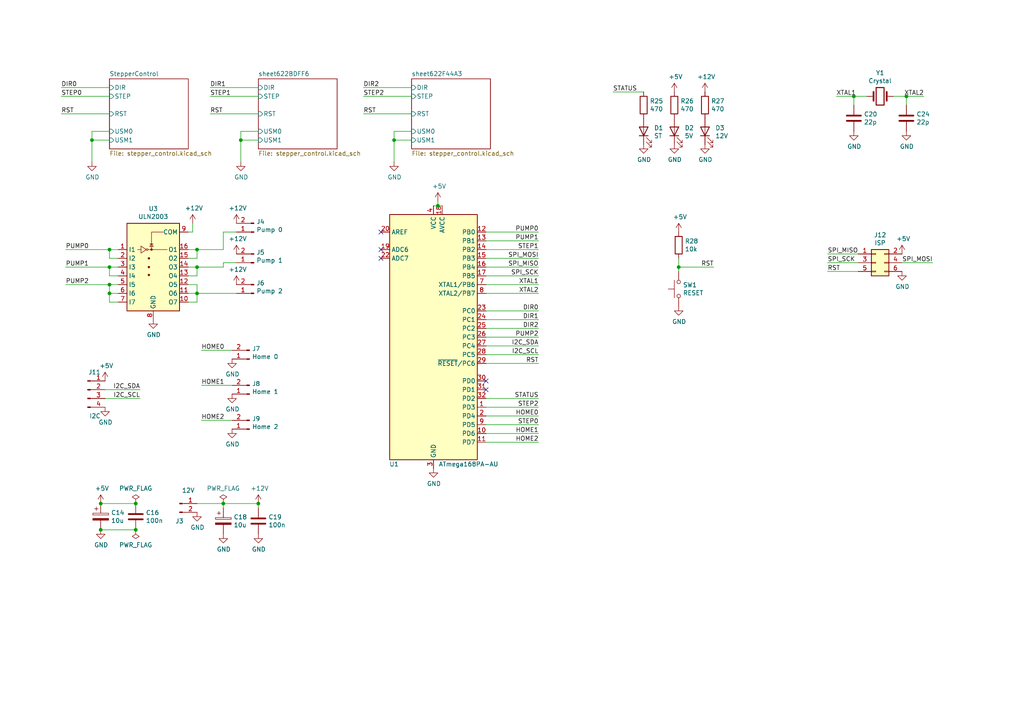
<source format=kicad_sch>
(kicad_sch (version 20211123) (generator eeschema)
  (paper "A4")
  (lib_symbols
    (symbol "Connector:Conn_01x02_Male" (pin_names (offset 1.016) hide)
      (property "Reference" "J" (at 0 2.54 0))
      (property "Value" "Conn_01x02_Male" (at 0 -5.08 0))
      (symbol "Conn_01x02_Male_1_1"
        (polyline (pts (xy 1.27 -2.54) (xy 0.8636 -2.54)) (stroke (width 0.1524)))
        (polyline (pts (xy 1.27 0) (xy 0.8636 0)) (stroke (width 0.1524)))
        (rectangle (start 0.8636 -2.413) (end 0 -2.667) (stroke (width 0.1524)) (fill (type outline)))
        (rectangle (start 0.8636 0.127) (end 0 -0.127) (stroke (width 0.1524)) (fill (type outline)))
        (pin passive line (at 5.08 0 180) (length 3.81) (name "Pin_1") (number "1"))
        (pin passive line (at 5.08 -2.54 180) (length 3.81) (name "Pin_2") (number "2"))
      )
    )
    (symbol "Connector:Conn_01x04_Male" (pin_names (offset 1.016) hide)
      (property "Reference" "J" (at 0 5.08 0))
      (property "Value" "Conn_01x04_Male" (at 0 -7.62 0))
      (symbol "Conn_01x04_Male_1_1"
        (polyline (pts (xy 1.27 -5.08) (xy 0.8636 -5.08)) (stroke (width 0.1524)))
        (polyline (pts (xy 1.27 -2.54) (xy 0.8636 -2.54)) (stroke (width 0.1524)))
        (polyline (pts (xy 1.27 0) (xy 0.8636 0)) (stroke (width 0.1524)))
        (polyline (pts (xy 1.27 2.54) (xy 0.8636 2.54)) (stroke (width 0.1524)))
        (rectangle (start 0.8636 -4.953) (end 0 -5.207) (stroke (width 0.1524)) (fill (type outline)))
        (rectangle (start 0.8636 -2.413) (end 0 -2.667) (stroke (width 0.1524)) (fill (type outline)))
        (rectangle (start 0.8636 0.127) (end 0 -0.127) (stroke (width 0.1524)) (fill (type outline)))
        (rectangle (start 0.8636 2.667) (end 0 2.413) (stroke (width 0.1524)) (fill (type outline)))
        (pin passive line (at 5.08 2.54 180) (length 3.81) (name "Pin_1") (number "1"))
        (pin passive line (at 5.08 0 180) (length 3.81) (name "Pin_2") (number "2"))
        (pin passive line (at 5.08 -2.54 180) (length 3.81) (name "Pin_3") (number "3"))
        (pin passive line (at 5.08 -5.08 180) (length 3.81) (name "Pin_4") (number "4"))
      )
    )
    (symbol "Connector_Generic:Conn_02x03_Odd_Even" (pin_names (offset 1.016) hide)
      (property "Reference" "J" (at 1.27 5.08 0))
      (property "Value" "Conn_02x03_Odd_Even" (at 1.27 -5.08 0))
      (symbol "Conn_02x03_Odd_Even_1_1"
        (rectangle (start -1.27 -2.413) (end 0 -2.667) (stroke (width 0.1524)))
        (rectangle (start -1.27 0.127) (end 0 -0.127) (stroke (width 0.1524)))
        (rectangle (start -1.27 2.667) (end 0 2.413) (stroke (width 0.1524)))
        (rectangle (start -1.27 3.81) (end 3.81 -3.81) (stroke (width 0.254)) (fill (type background)))
        (rectangle (start 3.81 -2.413) (end 2.54 -2.667) (stroke (width 0.1524)))
        (rectangle (start 3.81 0.127) (end 2.54 -0.127) (stroke (width 0.1524)))
        (rectangle (start 3.81 2.667) (end 2.54 2.413) (stroke (width 0.1524)))
        (pin passive line (at -5.08 2.54 0) (length 3.81) (name "Pin_1") (number "1"))
        (pin passive line (at 7.62 2.54 180) (length 3.81) (name "Pin_2") (number "2"))
        (pin passive line (at -5.08 0 0) (length 3.81) (name "Pin_3") (number "3"))
        (pin passive line (at 7.62 0 180) (length 3.81) (name "Pin_4") (number "4"))
        (pin passive line (at -5.08 -2.54 0) (length 3.81) (name "Pin_5") (number "5"))
        (pin passive line (at 7.62 -2.54 180) (length 3.81) (name "Pin_6") (number "6"))
      )
    )
    (symbol "Device:C" (pin_numbers hide) (pin_names (offset 0.254))
      (property "Reference" "C" (at 0.635 2.54 0))
      (property "Value" "C" (at 0.635 -2.54 0))
      (symbol "C_0_1"
        (polyline (pts (xy -2.032 -0.762) (xy 2.032 -0.762)) (stroke (width 0.508)))
        (polyline (pts (xy -2.032 0.762) (xy 2.032 0.762)) (stroke (width 0.508)))
      )
      (symbol "C_1_1"
        (pin passive line (at 0 3.81 270) (length 2.794) (name "~") (number "1"))
        (pin passive line (at 0 -3.81 90) (length 2.794) (name "~") (number "2"))
      )
    )
    (symbol "Device:Crystal" (pin_numbers hide) (pin_names (offset 1.016) hide)
      (property "Reference" "Y" (at 0 3.81 0))
      (property "Value" "Crystal" (at 0 -3.81 0))
      (symbol "Crystal_0_1"
        (rectangle (start -1.143 2.54) (end 1.143 -2.54) (stroke (width 0.3048)))
        (polyline (pts (xy -2.54 0) (xy -1.905 0)))
        (polyline (pts (xy -1.905 -1.27) (xy -1.905 1.27)) (stroke (width 0.508)))
        (polyline (pts (xy 1.905 -1.27) (xy 1.905 1.27)) (stroke (width 0.508)))
        (polyline (pts (xy 2.54 0) (xy 1.905 0)))
      )
      (symbol "Crystal_1_1"
        (pin passive line (at -3.81 0 0) (length 1.27) (name "1") (number "1"))
        (pin passive line (at 3.81 0 180) (length 1.27) (name "2") (number "2"))
      )
    )
    (symbol "Device:LED" (pin_numbers hide) (pin_names (offset 1.016) hide)
      (property "Reference" "D" (at 0 2.54 0))
      (property "Value" "LED" (at 0 -2.54 0))
      (symbol "LED_0_1"
        (polyline (pts (xy -1.27 -1.27) (xy -1.27 1.27)) (stroke (width 0.254)))
        (polyline (pts (xy -1.27 0) (xy 1.27 0)))
        (polyline (pts (xy 1.27 -1.27) (xy 1.27 1.27) (xy -1.27 0) (xy 1.27 -1.27)) (stroke (width 0.254)))
        (polyline (pts (xy -3.048 -0.762) (xy -4.572 -2.286) (xy -3.81 -2.286) (xy -4.572 -2.286) (xy -4.572 -1.524)))
        (polyline (pts (xy -1.778 -0.762) (xy -3.302 -2.286) (xy -2.54 -2.286) (xy -3.302 -2.286) (xy -3.302 -1.524)))
      )
      (symbol "LED_1_1"
        (pin passive line (at -3.81 0 0) (length 2.54) (name "K") (number "1"))
        (pin passive line (at 3.81 0 180) (length 2.54) (name "A") (number "2"))
      )
    )
    (symbol "Device:R" (pin_numbers hide) (pin_names (offset 0))
      (property "Reference" "R" (at 2.032 0 90))
      (property "Value" "R" (at 0 0 90))
      (symbol "R_0_1"
        (rectangle (start -1.016 -2.54) (end 1.016 2.54) (stroke (width 0.254)))
      )
      (symbol "R_1_1"
        (pin passive line (at 0 3.81 270) (length 1.27) (name "~") (number "1"))
        (pin passive line (at 0 -3.81 90) (length 1.27) (name "~") (number "2"))
      )
    )
    (symbol "Switch:SW_Push" (pin_numbers hide) (pin_names (offset 1.016) hide)
      (property "Reference" "SW" (at 1.27 2.54 0))
      (property "Value" "SW_Push" (at 0 -1.524 0))
      (symbol "SW_Push_0_1"
        (circle (center -2.032 0) (radius 0.508))
        (polyline (pts (xy 0 1.27) (xy 0 3.048)))
        (polyline (pts (xy 2.54 1.27) (xy -2.54 1.27)))
        (circle (center 2.032 0) (radius 0.508))
        (pin passive line (at -5.08 0 0) (length 2.54) (name "1") (number "1"))
        (pin passive line (at 5.08 0 180) (length 2.54) (name "2") (number "2"))
      )
    )
    (symbol "Transistor_Array:ULN2003"
      (property "Reference" "U" (at 0 15.875 0))
      (property "Value" "ULN2003" (at 0 13.97 0))
      (symbol "ULN2003_0_1"
        (rectangle (start -7.62 -12.7) (end 7.62 12.7) (stroke (width 0.254)) (fill (type background)))
        (circle (center -1.778 5.08) (radius 0.254))
        (circle (center -1.27 -2.286) (radius 0.254) (fill (type outline)))
        (circle (center -1.27 0) (radius 0.254) (fill (type outline)))
        (circle (center -1.27 2.54) (radius 0.254) (fill (type outline)))
        (circle (center -0.508 5.08) (radius 0.254) (fill (type outline)))
        (polyline (pts (xy -4.572 5.08) (xy -3.556 5.08)))
        (polyline (pts (xy -1.524 5.08) (xy 4.064 5.08)))
        (polyline (pts (xy 0 6.731) (xy -1.016 6.731)))
        (polyline (pts (xy -0.508 5.08) (xy -0.508 10.16) (xy 2.921 10.16)))
        (polyline (pts (xy -3.556 6.096) (xy -3.556 4.064) (xy -2.032 5.08) (xy -3.556 6.096)))
        (polyline (pts (xy 0 5.969) (xy -1.016 5.969) (xy -0.508 6.731) (xy 0 5.969)))
      )
      (symbol "ULN2003_1_1"
        (pin input line (at -10.16 5.08 0) (length 2.54) (name "I1") (number "1"))
        (pin open_collector line (at 10.16 -10.16 180) (length 2.54) (name "O7") (number "10"))
        (pin open_collector line (at 10.16 -7.62 180) (length 2.54) (name "O6") (number "11"))
        (pin open_collector line (at 10.16 -5.08 180) (length 2.54) (name "O5") (number "12"))
        (pin open_collector line (at 10.16 -2.54 180) (length 2.54) (name "O4") (number "13"))
        (pin open_collector line (at 10.16 0 180) (length 2.54) (name "O3") (number "14"))
        (pin open_collector line (at 10.16 2.54 180) (length 2.54) (name "O2") (number "15"))
        (pin open_collector line (at 10.16 5.08 180) (length 2.54) (name "O1") (number "16"))
        (pin input line (at -10.16 2.54 0) (length 2.54) (name "I2") (number "2"))
        (pin input line (at -10.16 0 0) (length 2.54) (name "I3") (number "3"))
        (pin input line (at -10.16 -2.54 0) (length 2.54) (name "I4") (number "4"))
        (pin input line (at -10.16 -5.08 0) (length 2.54) (name "I5") (number "5"))
        (pin input line (at -10.16 -7.62 0) (length 2.54) (name "I6") (number "6"))
        (pin input line (at -10.16 -10.16 0) (length 2.54) (name "I7") (number "7"))
        (pin power_in line (at 0 -15.24 90) (length 2.54) (name "GND") (number "8"))
        (pin passive line (at 10.16 10.16 180) (length 2.54) (name "COM") (number "9"))
      )
    )
    (symbol "power:+12V" (power) (pin_names (offset 0))
      (property "Value" "+12V" (at 0 3.556 0))
      (symbol "+12V_0_1"
        (polyline (pts (xy -0.762 1.27) (xy 0 2.54)))
        (polyline (pts (xy 0 0) (xy 0 2.54)))
        (polyline (pts (xy 0 2.54) (xy 0.762 1.27)))
      )
      (symbol "+12V_1_1"
        (pin power_in line (at 0 0 90) (length 0) hide (name "+12V") (number "1"))
      )
    )
    (symbol "power:+5V" (power) (pin_names (offset 0))
      (property "Value" "+5V" (at 0 3.556 0))
      (symbol "+5V_0_1"
        (polyline (pts (xy -0.762 1.27) (xy 0 2.54)))
        (polyline (pts (xy 0 0) (xy 0 2.54)))
        (polyline (pts (xy 0 2.54) (xy 0.762 1.27)))
      )
      (symbol "+5V_1_1"
        (pin power_in line (at 0 0 90) (length 0) hide (name "+5V") (number "1"))
      )
    )
    (symbol "power:GND" (power) (pin_names (offset 0))
      (property "Value" "GND" (at 0 -3.81 0))
      (symbol "GND_0_1"
        (polyline (pts (xy 0 0) (xy 0 -1.27) (xy 1.27 -1.27) (xy 0 -2.54) (xy -1.27 -1.27) (xy 0 -1.27)))
      )
      (symbol "GND_1_1"
        (pin power_in line (at 0 0 270) (length 0) hide (name "GND") (number "1"))
      )
    )
    (symbol "power:PWR_FLAG" (power) (pin_numbers hide) (pin_names (offset 0) hide)
      (property "Value" "PWR_FLAG" (at 0 3.81 0))
      (symbol "PWR_FLAG_0_0"
        (pin power_out line (at 0 0 90) (length 0) (name "pwr") (number "1"))
      )
      (symbol "PWR_FLAG_0_1"
        (polyline (pts (xy 0 0) (xy 0 1.27) (xy -1.016 1.905) (xy 0 2.54) (xy 1.016 1.905) (xy 0 1.27)))
      )
    )
    (symbol "stepper_board-rescue:ATmega168PA-AU-MCU_Microchip_ATmega"
      (property "Reference" "U" (at -12.7 36.83 0))
      (property "Value" "ATmega168PA-AU-MCU_Microchip_ATmega" (at 2.54 -36.83 0))
      (symbol "ATmega168PA-AU-MCU_Microchip_ATmega_0_1"
        (rectangle (start -12.7 -35.56) (end 12.7 35.56) (stroke (width 0.254)) (fill (type background)))
      )
      (symbol "ATmega168PA-AU-MCU_Microchip_ATmega_1_1"
        (pin bidirectional line (at 15.24 -20.32 180) (length 2.54) (name "PD3") (number "1"))
        (pin bidirectional line (at 15.24 -27.94 180) (length 2.54) (name "PD6") (number "10"))
        (pin bidirectional line (at 15.24 -30.48 180) (length 2.54) (name "PD7") (number "11"))
        (pin bidirectional line (at 15.24 30.48 180) (length 2.54) (name "PB0") (number "12"))
        (pin bidirectional line (at 15.24 27.94 180) (length 2.54) (name "PB1") (number "13"))
        (pin bidirectional line (at 15.24 25.4 180) (length 2.54) (name "PB2") (number "14"))
        (pin bidirectional line (at 15.24 22.86 180) (length 2.54) (name "PB3") (number "15"))
        (pin bidirectional line (at 15.24 20.32 180) (length 2.54) (name "PB4") (number "16"))
        (pin bidirectional line (at 15.24 17.78 180) (length 2.54) (name "PB5") (number "17"))
        (pin power_in line (at 2.54 38.1 270) (length 2.54) (name "AVCC") (number "18"))
        (pin input line (at -15.24 25.4 0) (length 2.54) (name "ADC6") (number "19"))
        (pin bidirectional line (at 15.24 -22.86 180) (length 2.54) (name "PD4") (number "2"))
        (pin passive line (at -15.24 30.48 0) (length 2.54) (name "AREF") (number "20"))
        (pin passive line (at 0 -38.1 90) (length 2.54) hide (name "GND") (number "21"))
        (pin input line (at -15.24 22.86 0) (length 2.54) (name "ADC7") (number "22"))
        (pin bidirectional line (at 15.24 7.62 180) (length 2.54) (name "PC0") (number "23"))
        (pin bidirectional line (at 15.24 5.08 180) (length 2.54) (name "PC1") (number "24"))
        (pin bidirectional line (at 15.24 2.54 180) (length 2.54) (name "PC2") (number "25"))
        (pin bidirectional line (at 15.24 0 180) (length 2.54) (name "PC3") (number "26"))
        (pin bidirectional line (at 15.24 -2.54 180) (length 2.54) (name "PC4") (number "27"))
        (pin bidirectional line (at 15.24 -5.08 180) (length 2.54) (name "PC5") (number "28"))
        (pin bidirectional line (at 15.24 -7.62 180) (length 2.54) (name "~{RESET}/PC6") (number "29"))
        (pin power_in line (at 0 -38.1 90) (length 2.54) (name "GND") (number "3"))
        (pin bidirectional line (at 15.24 -12.7 180) (length 2.54) (name "PD0") (number "30"))
        (pin bidirectional line (at 15.24 -15.24 180) (length 2.54) (name "PD1") (number "31"))
        (pin bidirectional line (at 15.24 -17.78 180) (length 2.54) (name "PD2") (number "32"))
        (pin power_in line (at 0 38.1 270) (length 2.54) (name "VCC") (number "4"))
        (pin passive line (at 0 -38.1 90) (length 2.54) hide (name "GND") (number "5"))
        (pin passive line (at 0 38.1 270) (length 2.54) hide (name "VCC") (number "6"))
        (pin bidirectional line (at 15.24 15.24 180) (length 2.54) (name "XTAL1/PB6") (number "7"))
        (pin bidirectional line (at 15.24 12.7 180) (length 2.54) (name "XTAL2/PB7") (number "8"))
        (pin bidirectional line (at 15.24 -25.4 180) (length 2.54) (name "PD5") (number "9"))
      )
    )
    (symbol "stepper_board-rescue:CP-Device" (pin_numbers hide) (pin_names (offset 0.254))
      (property "Reference" "C" (at 0.635 2.54 0))
      (property "Value" "CP-Device" (at 0.635 -2.54 0))
      (symbol "CP-Device_0_1"
        (rectangle (start -2.286 0.508) (end 2.286 1.016))
        (polyline (pts (xy -1.778 2.286) (xy -0.762 2.286)))
        (polyline (pts (xy -1.27 2.794) (xy -1.27 1.778)))
        (rectangle (start 2.286 -0.508) (end -2.286 -1.016) (fill (type outline)))
      )
      (symbol "CP-Device_1_1"
        (pin passive line (at 0 3.81 270) (length 2.794) (name "~") (number "1"))
        (pin passive line (at 0 -3.81 90) (length 2.794) (name "~") (number "2"))
      )
    )
  )
  (junction (at 29.21 146.05))
  (junction (at 26.67 40.64))
  (junction (at 31.75 82.55))
  (junction (at 31.75 85.09))
  (junction (at 114.3 40.64))
  (junction (at 196.85 77.47))
  (junction (at 31.75 72.39))
  (junction (at 29.21 153.67))
  (junction (at 127 59.69))
  (junction (at 31.75 77.47))
  (junction (at 57.15 77.47))
  (junction (at 57.15 72.39))
  (junction (at 39.37 146.05))
  (junction (at 39.37 153.67))
  (junction (at 64.77 146.05))
  (junction (at 69.85 40.64))
  (junction (at 247.65 27.94))
  (junction (at 74.93 146.05))
  (junction (at 262.89 27.94))
  (junction (at 57.15 85.09))
  (no_connect (at 110.49 67.31))
  (no_connect (at 110.49 74.93))
  (no_connect (at 140.97 113.03))
  (no_connect (at 110.49 72.39))
  (no_connect (at 140.97 110.49))
  (wire (pts (xy 57.15 72.39) (xy 64.77 72.39)))
  (wire (pts (xy 58.42 111.76) (xy 67.31 111.76)))
  (wire (pts (xy 57.15 77.47) (xy 64.77 77.47)))
  (wire (pts (xy 140.97 72.39) (xy 156.21 72.39)))
  (wire (pts (xy 69.85 40.64) (xy 69.85 46.99)))
  (wire (pts (xy 128.27 59.69) (xy 127 59.69)))
  (wire (pts (xy 74.93 40.64) (xy 69.85 40.64)))
  (wire (pts (xy 140.97 90.17) (xy 156.21 90.17)))
  (wire (pts (xy 31.75 85.09) (xy 31.75 82.55)))
  (wire (pts (xy 251.46 27.94) (xy 247.65 27.94)))
  (wire (pts (xy 54.61 74.93) (xy 57.15 74.93)))
  (wire (pts (xy 119.38 40.64) (xy 114.3 40.64)))
  (wire (pts (xy 140.97 74.93) (xy 156.21 74.93)))
  (wire (pts (xy 54.61 67.31) (xy 55.88 67.31)))
  (wire (pts (xy 127 59.69) (xy 125.73 59.69)))
  (wire (pts (xy 140.97 120.65) (xy 156.21 120.65)))
  (wire (pts (xy 54.61 82.55) (xy 57.15 82.55)))
  (wire (pts (xy 140.97 123.19) (xy 156.21 123.19)))
  (wire (pts (xy 60.96 33.02) (xy 74.93 33.02)))
  (wire (pts (xy 196.85 77.47) (xy 207.01 77.47)))
  (wire (pts (xy 140.97 97.79) (xy 156.21 97.79)))
  (wire (pts (xy 140.97 69.85) (xy 156.21 69.85)))
  (wire (pts (xy 140.97 102.87) (xy 156.21 102.87)))
  (wire (pts (xy 34.29 87.63) (xy 31.75 87.63)))
  (wire (pts (xy 119.38 38.1) (xy 114.3 38.1)))
  (wire (pts (xy 196.85 77.47) (xy 196.85 74.93)))
  (wire (pts (xy 140.97 125.73) (xy 156.21 125.73)))
  (wire (pts (xy 57.15 80.01) (xy 57.15 77.47)))
  (wire (pts (xy 114.3 38.1) (xy 114.3 40.64)))
  (wire (pts (xy 58.42 121.92) (xy 67.31 121.92)))
  (wire (pts (xy 105.41 33.02) (xy 119.38 33.02)))
  (wire (pts (xy 74.93 38.1) (xy 69.85 38.1)))
  (wire (pts (xy 54.61 72.39) (xy 57.15 72.39)))
  (wire (pts (xy 64.77 147.32) (xy 64.77 146.05)))
  (wire (pts (xy 31.75 72.39) (xy 19.05 72.39)))
  (wire (pts (xy 54.61 87.63) (xy 57.15 87.63)))
  (wire (pts (xy 57.15 85.09) (xy 57.15 82.55)))
  (wire (pts (xy 34.29 80.01) (xy 31.75 80.01)))
  (wire (pts (xy 31.75 87.63) (xy 31.75 85.09)))
  (wire (pts (xy 140.97 85.09) (xy 156.21 85.09)))
  (wire (pts (xy 74.93 147.32) (xy 74.93 146.05)))
  (wire (pts (xy 54.61 77.47) (xy 57.15 77.47)))
  (wire (pts (xy 34.29 72.39) (xy 31.75 72.39)))
  (wire (pts (xy 74.93 27.94) (xy 60.96 27.94)))
  (wire (pts (xy 57.15 85.09) (xy 68.58 85.09)))
  (wire (pts (xy 74.93 25.4) (xy 60.96 25.4)))
  (wire (pts (xy 140.97 105.41) (xy 156.21 105.41)))
  (wire (pts (xy 248.92 78.74) (xy 240.03 78.74)))
  (wire (pts (xy 114.3 40.64) (xy 114.3 46.99)))
  (wire (pts (xy 34.29 85.09) (xy 31.75 85.09)))
  (wire (pts (xy 140.97 118.11) (xy 156.21 118.11)))
  (wire (pts (xy 186.69 26.67) (xy 177.8 26.67)))
  (wire (pts (xy 30.48 115.57) (xy 40.64 115.57)))
  (wire (pts (xy 64.77 72.39) (xy 64.77 67.31)))
  (wire (pts (xy 140.97 115.57) (xy 156.21 115.57)))
  (wire (pts (xy 119.38 27.94) (xy 105.41 27.94)))
  (wire (pts (xy 247.65 27.94) (xy 247.65 30.48)))
  (wire (pts (xy 261.62 76.2) (xy 270.51 76.2)))
  (wire (pts (xy 140.97 95.25) (xy 156.21 95.25)))
  (wire (pts (xy 140.97 100.33) (xy 156.21 100.33)))
  (wire (pts (xy 31.75 40.64) (xy 26.67 40.64)))
  (wire (pts (xy 64.77 76.2) (xy 68.58 76.2)))
  (wire (pts (xy 31.75 80.01) (xy 31.75 77.47)))
  (wire (pts (xy 247.65 27.94) (xy 242.57 27.94)))
  (wire (pts (xy 248.92 76.2) (xy 240.03 76.2)))
  (wire (pts (xy 31.75 38.1) (xy 26.67 38.1)))
  (wire (pts (xy 140.97 128.27) (xy 156.21 128.27)))
  (wire (pts (xy 140.97 67.31) (xy 156.21 67.31)))
  (wire (pts (xy 64.77 146.05) (xy 74.93 146.05)))
  (wire (pts (xy 58.42 101.6) (xy 67.31 101.6)))
  (wire (pts (xy 31.75 27.94) (xy 17.78 27.94)))
  (wire (pts (xy 17.78 33.02) (xy 31.75 33.02)))
  (wire (pts (xy 140.97 77.47) (xy 156.21 77.47)))
  (wire (pts (xy 31.75 25.4) (xy 17.78 25.4)))
  (wire (pts (xy 54.61 85.09) (xy 57.15 85.09)))
  (wire (pts (xy 262.89 30.48) (xy 262.89 27.94)))
  (wire (pts (xy 64.77 146.05) (xy 57.15 146.05)))
  (wire (pts (xy 31.75 82.55) (xy 19.05 82.55)))
  (wire (pts (xy 55.88 67.31) (xy 55.88 64.77)))
  (wire (pts (xy 26.67 38.1) (xy 26.67 40.64)))
  (wire (pts (xy 54.61 80.01) (xy 57.15 80.01)))
  (wire (pts (xy 140.97 80.01) (xy 156.21 80.01)))
  (wire (pts (xy 262.89 27.94) (xy 259.08 27.94)))
  (wire (pts (xy 39.37 146.05) (xy 29.21 146.05)))
  (wire (pts (xy 26.67 40.64) (xy 26.67 46.99)))
  (wire (pts (xy 34.29 82.55) (xy 31.75 82.55)))
  (wire (pts (xy 248.92 73.66) (xy 240.03 73.66)))
  (wire (pts (xy 140.97 92.71) (xy 156.21 92.71)))
  (wire (pts (xy 127 59.69) (xy 127 58.42)))
  (wire (pts (xy 64.77 67.31) (xy 68.58 67.31)))
  (wire (pts (xy 57.15 87.63) (xy 57.15 85.09)))
  (wire (pts (xy 196.85 78.74) (xy 196.85 77.47)))
  (wire (pts (xy 34.29 77.47) (xy 31.75 77.47)))
  (wire (pts (xy 40.64 113.03) (xy 30.48 113.03)))
  (wire (pts (xy 57.15 74.93) (xy 57.15 72.39)))
  (wire (pts (xy 119.38 25.4) (xy 105.41 25.4)))
  (wire (pts (xy 140.97 82.55) (xy 156.21 82.55)))
  (wire (pts (xy 34.29 74.93) (xy 31.75 74.93)))
  (wire (pts (xy 64.77 77.47) (xy 64.77 76.2)))
  (wire (pts (xy 31.75 74.93) (xy 31.75 72.39)))
  (wire (pts (xy 31.75 77.47) (xy 19.05 77.47)))
  (wire (pts (xy 69.85 38.1) (xy 69.85 40.64)))
  (wire (pts (xy 39.37 153.67) (xy 29.21 153.67)))
  (wire (pts (xy 262.89 27.94) (xy 267.97 27.94)))
  (label "RST" (at 207.01 77.47 180))
  (label "STEP1" (at 60.96 27.94 0))
  (label "STEP0" (at 17.78 27.94 0))
  (label "HOME2" (at 58.42 121.92 0))
  (label "SPI_SCK" (at 156.21 80.01 180))
  (label "RST" (at 60.96 33.02 0))
  (label "SPI_MOSI" (at 156.21 74.93 180))
  (label "DIR0" (at 17.78 25.4 0))
  (label "DIR2" (at 156.21 95.25 180))
  (label "STEP2" (at 156.21 118.11 180))
  (label "STATUS" (at 156.21 115.57 180))
  (label "PUMP1" (at 156.21 69.85 180))
  (label "PUMP0" (at 19.05 72.39 0))
  (label "RST" (at 105.41 33.02 0))
  (label "STEP0" (at 156.21 123.19 180))
  (label "HOME1" (at 156.21 125.73 180))
  (label "SPI_MISO" (at 240.03 73.66 0))
  (label "RST" (at 17.78 33.02 0))
  (label "SPI_MOSI" (at 270.51 76.2 180))
  (label "DIR2" (at 105.41 25.4 0))
  (label "XTAL2" (at 156.21 85.09 180))
  (label "DIR1" (at 156.21 92.71 180))
  (label "XTAL1" (at 242.57 27.94 0))
  (label "HOME0" (at 58.42 101.6 0))
  (label "XTAL1" (at 156.21 82.55 180))
  (label "I2C_SDA" (at 156.21 100.33 180))
  (label "SPI_SCK" (at 240.03 76.2 0))
  (label "DIR0" (at 156.21 90.17 180))
  (label "HOME0" (at 156.21 120.65 180))
  (label "HOME1" (at 58.42 111.76 0))
  (label "I2C_SCL" (at 156.21 102.87 180))
  (label "RST" (at 156.21 105.41 180))
  (label "STEP2" (at 105.41 27.94 0))
  (label "STEP1" (at 156.21 72.39 180))
  (label "HOME2" (at 156.21 128.27 180))
  (label "I2C_SCL" (at 40.64 115.57 180))
  (label "SPI_MISO" (at 156.21 77.47 180))
  (label "DIR1" (at 60.96 25.4 0))
  (label "PUMP0" (at 156.21 67.31 180))
  (label "PUMP2" (at 156.21 97.79 180))
  (label "XTAL2" (at 267.97 27.94 180))
  (label "I2C_SDA" (at 40.64 113.03 180))
  (label "PUMP2" (at 19.05 82.55 0))
  (label "PUMP1" (at 19.05 77.47 0))
  (label "STATUS" (at 177.8 26.67 0))
  (label "RST" (at 240.03 78.74 0))
  (symbol (lib_id "power:GND") (at 125.73 135.89 0) (unit 1)
    (property "Reference" "#PWR076" (effects hide))
    (property "Value" "GND" (at 125.857 140.2842 0))
  )
  (symbol (lib_id "power:+5V") (at 127 58.42 0) (unit 1)
    (property "Reference" "#PWR075" (effects hide))
    (property "Value" "+5V" (at 127.381 54.0258 0))
  )
  (symbol (lib_id "Device:Crystal") (at 255.27 27.94 0) (unit 1)
    (property "Reference" "Y1" (at 255.27 21.1328 0))
    (property "Value" "Crystal" (at 255.27 23.4442 0))
    (property "Footprint" "Crystal:Crystal_SMD_HC49-SD" (effects hide))
  )
  (symbol (lib_id "Device:C") (at 247.65 34.29 0) (unit 1)
    (property "Reference" "C20" (at 250.571 33.1216 0) (effects (justify left)))
    (property "Value" "22p" (at 250.571 35.433 0) (effects (justify left)))
    (property "Footprint" "Capacitor_SMD:C_0603_1608Metric" (effects hide))
  )
  (symbol (lib_id "Device:C") (at 262.89 34.29 0) (unit 1)
    (property "Reference" "C24" (at 265.811 33.1216 0) (effects (justify left)))
    (property "Value" "22p" (at 265.811 35.433 0) (effects (justify left)))
    (property "Footprint" "Capacitor_SMD:C_0603_1608Metric" (effects hide))
  )
  (symbol (lib_id "power:GND") (at 247.65 38.1 0) (unit 1)
    (property "Reference" "#PWR066" (effects hide))
    (property "Value" "GND" (at 247.777 42.4942 0))
  )
  (symbol (lib_id "power:GND") (at 262.89 38.1 0) (unit 1)
    (property "Reference" "#PWR069" (effects hide))
    (property "Value" "GND" (at 263.017 42.4942 0))
  )
  (symbol (lib_id "Device:R") (at 196.85 71.12 0) (unit 1)
    (property "Reference" "R28" (at 198.628 69.9516 0) (effects (justify left)))
    (property "Value" "10k" (at 198.628 72.263 0) (effects (justify left)))
    (property "Footprint" "Resistor_SMD:R_0603_1608Metric" (effects hide))
  )
  (symbol (lib_id "Switch:SW_Push") (at 196.85 83.82 90) (unit 1)
    (property "Reference" "SW1" (at 198.0692 82.6516 90) (effects (justify right)))
    (property "Value" "RESET" (at 198.0692 84.963 90) (effects (justify right)))
    (property "Footprint" "Button_Switch_THT:SW_PUSH_6mm" (effects hide))
  )
  (symbol (lib_id "power:GND") (at 196.85 88.9 0) (unit 1)
    (property "Reference" "#PWR080" (effects hide))
    (property "Value" "GND" (at 196.977 93.2942 0))
  )
  (symbol (lib_id "power:+5V") (at 196.85 67.31 0) (unit 1)
    (property "Reference" "#PWR079" (effects hide))
    (property "Value" "+5V" (at 197.231 62.9158 0))
  )
  (symbol (lib_id "Connector_Generic:Conn_02x03_Odd_Even") (at 254 76.2 0) (unit 1)
    (property "Reference" "J12" (at 255.27 68.1482 0))
    (property "Value" "ISP" (at 255.27 70.4596 0))
    (property "Footprint" "Connector_PinHeader_2.54mm:PinHeader_2x03_P2.54mm_Vertical" (effects hide))
  )
  (symbol (lib_id "power:+5V") (at 261.62 73.66 0) (unit 1)
    (property "Reference" "#PWR081" (effects hide))
    (property "Value" "+5V" (at 262.001 69.2658 0))
  )
  (symbol (lib_id "power:GND") (at 261.62 78.74 0) (unit 1)
    (property "Reference" "#PWR082" (effects hide))
    (property "Value" "GND" (at 261.747 83.1342 0))
  )
  (symbol (lib_id "Connector:Conn_01x04_Male") (at 25.4 113.03 0) (unit 1)
    (property "Reference" "J11" (at 29.21 107.95 0) (effects (justify right)))
    (property "Value" "I2C" (at 29.21 120.65 0) (effects (justify right)))
    (property "Footprint" "Connector_Molex:Molex_KK-254_AE-6410-04A_1x04_P2.54mm_Vertical" (effects hide))
  )
  (symbol (lib_id "power:GND") (at 30.48 118.11 0) (unit 1)
    (property "Reference" "#PWR078" (effects hide))
    (property "Value" "GND" (at 30.607 122.5042 0))
  )
  (symbol (lib_id "power:+5V") (at 30.48 110.49 0) (unit 1)
    (property "Reference" "#PWR077" (effects hide))
    (property "Value" "+5V" (at 30.861 106.0958 0))
  )
  (symbol (lib_id "Connector:Conn_01x02_Male") (at 72.39 104.14 180) (unit 1)
    (property "Reference" "J7" (at 73.1012 101.1428 0) (effects (justify right)))
    (property "Value" "Home 0" (at 73.1012 103.4542 0) (effects (justify right)))
    (property "Footprint" "Connector_Molex:Molex_KK-254_AE-6410-02A_1x02_P2.54mm_Vertical" (effects hide))
  )
  (symbol (lib_id "power:GND") (at 67.31 104.14 0) (unit 1)
    (property "Reference" "#PWR063" (effects hide))
    (property "Value" "GND" (at 67.437 108.5342 0))
  )
  (symbol (lib_id "Connector:Conn_01x02_Male") (at 72.39 114.3 180) (unit 1)
    (property "Reference" "J8" (at 73.1012 111.3028 0) (effects (justify right)))
    (property "Value" "Home 1" (at 73.1012 113.6142 0) (effects (justify right)))
    (property "Footprint" "Connector_Molex:Molex_KK-254_AE-6410-02A_1x02_P2.54mm_Vertical" (effects hide))
  )
  (symbol (lib_id "power:GND") (at 67.31 114.3 0) (unit 1)
    (property "Reference" "#PWR064" (effects hide))
    (property "Value" "GND" (at 67.437 118.6942 0))
  )
  (symbol (lib_id "Connector:Conn_01x02_Male") (at 72.39 124.46 180) (unit 1)
    (property "Reference" "J9" (at 73.1012 121.4628 0) (effects (justify right)))
    (property "Value" "Home 2" (at 73.1012 123.7742 0) (effects (justify right)))
    (property "Footprint" "Connector_Molex:Molex_KK-254_AE-6410-02A_1x02_P2.54mm_Vertical" (effects hide))
  )
  (symbol (lib_id "power:GND") (at 67.31 124.46 0) (unit 1)
    (property "Reference" "#PWR065" (effects hide))
    (property "Value" "GND" (at 67.437 128.8542 0))
  )
  (symbol (lib_id "Device:R") (at 186.69 30.48 0) (unit 1)
    (property "Reference" "R25" (at 188.468 29.3116 0) (effects (justify left)))
    (property "Value" "470" (at 188.468 31.623 0) (effects (justify left)))
    (property "Footprint" "Resistor_SMD:R_1206_3216Metric" (effects hide))
  )
  (symbol (lib_id "Device:LED") (at 186.69 38.1 90) (unit 1)
    (property "Reference" "D1" (at 189.6872 37.1094 90) (effects (justify right)))
    (property "Value" "ST" (at 189.6872 39.4208 90) (effects (justify right)))
    (property "Footprint" "LED_SMD:LED_0603_1608Metric" (effects hide))
  )
  (symbol (lib_id "Device:R") (at 195.58 30.48 0) (unit 1)
    (property "Reference" "R26" (at 197.358 29.3116 0) (effects (justify left)))
    (property "Value" "470" (at 197.358 31.623 0) (effects (justify left)))
    (property "Footprint" "Resistor_SMD:R_1206_3216Metric" (effects hide))
  )
  (symbol (lib_id "Device:LED") (at 195.58 38.1 90) (unit 1)
    (property "Reference" "D2" (at 198.5772 37.1094 90) (effects (justify right)))
    (property "Value" "5V" (at 198.5772 39.4208 90) (effects (justify right)))
    (property "Footprint" "LED_SMD:LED_0603_1608Metric" (effects hide))
  )
  (symbol (lib_id "Device:R") (at 204.47 30.48 0) (unit 1)
    (property "Reference" "R27" (at 206.248 29.3116 0) (effects (justify left)))
    (property "Value" "470" (at 206.248 31.623 0) (effects (justify left)))
    (property "Footprint" "Resistor_SMD:R_1206_3216Metric" (effects hide))
  )
  (symbol (lib_id "Device:LED") (at 204.47 38.1 90) (unit 1)
    (property "Reference" "D3" (at 207.4672 37.1094 90) (effects (justify right)))
    (property "Value" "12V" (at 207.4672 39.4208 90) (effects (justify right)))
    (property "Footprint" "LED_SMD:LED_0603_1608Metric" (effects hide))
  )
  (symbol (lib_id "power:GND") (at 186.69 41.91 0) (unit 1)
    (property "Reference" "#PWR070" (effects hide))
    (property "Value" "GND" (at 186.817 46.3042 0))
  )
  (symbol (lib_id "power:GND") (at 195.58 41.91 0) (unit 1)
    (property "Reference" "#PWR072" (effects hide))
    (property "Value" "GND" (at 195.707 46.3042 0))
  )
  (symbol (lib_id "power:GND") (at 204.47 41.91 0) (unit 1)
    (property "Reference" "#PWR074" (effects hide))
    (property "Value" "GND" (at 204.597 46.3042 0))
  )
  (symbol (lib_id "power:+5V") (at 195.58 26.67 0) (unit 1)
    (property "Reference" "#PWR071" (effects hide))
    (property "Value" "+5V" (at 195.961 22.2758 0))
  )
  (symbol (lib_id "power:+12V") (at 204.47 26.67 0) (unit 1)
    (property "Reference" "#PWR073" (effects hide))
    (property "Value" "+12V" (at 204.851 22.2758 0))
  )
  (symbol (lib_id "stepper_board-rescue:CP-Device") (at 29.21 149.86 0) (unit 1)
    (property "Reference" "C14" (at 32.2072 148.6916 0) (effects (justify left)))
    (property "Value" "10u" (at 32.2072 151.003 0) (effects (justify left)))
    (property "Footprint" "Capacitor_THT:CP_Radial_D6.3mm_P2.50mm" (effects hide))
  )
  (symbol (lib_id "Device:C") (at 39.37 149.86 0) (unit 1)
    (property "Reference" "C16" (at 42.291 148.6916 0) (effects (justify left)))
    (property "Value" "100n" (at 42.291 151.003 0) (effects (justify left)))
    (property "Footprint" "Capacitor_SMD:C_0805_2012Metric" (effects hide))
  )
  (symbol (lib_id "power:+5V") (at 29.21 146.05 0) (unit 1)
    (property "Reference" "#PWR039" (effects hide))
    (property "Value" "+5V" (at 29.591 141.6558 0))
  )
  (symbol (lib_id "power:GND") (at 29.21 153.67 0) (unit 1)
    (property "Reference" "#PWR040" (effects hide))
    (property "Value" "GND" (at 29.337 158.0642 0))
  )
  (symbol (lib_id "power:PWR_FLAG") (at 39.37 146.05 0) (unit 1)
    (property "Reference" "#FLG01" (effects hide))
    (property "Value" "PWR_FLAG" (at 39.37 141.6558 0))
  )
  (symbol (lib_id "power:PWR_FLAG") (at 39.37 153.67 180) (unit 1)
    (property "Reference" "#FLG02" (effects hide))
    (property "Value" "PWR_FLAG" (at 39.37 158.0642 0))
  )
  (symbol (lib_id "Connector:Conn_01x02_Male") (at 52.07 146.05 0) (unit 1)
    (property "Reference" "J3" (at 52.07 151.13 0))
    (property "Value" "12V" (at 54.61 142.24 0))
    (property "Footprint" "Connector_BarrelJack:BarrelJack_Horizontal" (effects hide))
  )
  (symbol (lib_id "power:GND") (at 57.15 148.59 0) (unit 1)
    (property "Reference" "#PWR049" (effects hide))
    (property "Value" "GND" (at 57.277 152.9842 0))
  )
  (symbol (lib_id "stepper_board-rescue:CP-Device") (at 64.77 151.13 0) (unit 1)
    (property "Reference" "C18" (at 67.7672 149.9616 0) (effects (justify left)))
    (property "Value" "10u" (at 67.7672 152.273 0) (effects (justify left)))
    (property "Footprint" "Capacitor_THT:CP_Radial_D6.3mm_P2.50mm" (effects hide))
  )
  (symbol (lib_id "Device:C") (at 74.93 151.13 0) (unit 1)
    (property "Reference" "C19" (at 77.851 149.9616 0) (effects (justify left)))
    (property "Value" "100n" (at 77.851 152.273 0) (effects (justify left)))
    (property "Footprint" "Capacitor_SMD:C_0805_2012Metric" (effects hide))
  )
  (symbol (lib_id "power:GND") (at 64.77 154.94 0) (unit 1)
    (property "Reference" "#PWR053" (effects hide))
    (property "Value" "GND" (at 64.897 159.3342 0))
  )
  (symbol (lib_id "power:GND") (at 74.93 154.94 0) (unit 1)
    (property "Reference" "#PWR054" (effects hide))
    (property "Value" "GND" (at 75.057 159.3342 0))
  )
  (symbol (lib_id "power:PWR_FLAG") (at 64.77 146.05 0) (unit 1)
    (property "Reference" "#FLG03" (effects hide))
    (property "Value" "PWR_FLAG" (at 64.77 141.6558 0))
  )
  (symbol (lib_id "Transistor_Array:ULN2003") (at 44.45 77.47 0) (unit 1)
    (property "Reference" "U3" (at 44.45 60.5282 0))
    (property "Value" "ULN2003" (at 44.45 62.8396 0))
    (property "Footprint" "Package_SO:SO-16_3.9x9.9mm_P1.27mm" (effects hide))
    (property "Datasheet" "http://www.ti.com/lit/ds/symlink/uln2003a.pdf" (effects hide))
  )
  (symbol (lib_id "power:GND") (at 44.45 92.71 0) (unit 1)
    (property "Reference" "#PWR046" (effects hide))
    (property "Value" "GND" (at 44.577 97.1042 0))
  )
  (symbol (lib_id "power:+12V") (at 55.88 64.77 0) (unit 1)
    (property "Reference" "#PWR052" (effects hide))
    (property "Value" "+12V" (at 56.261 60.3758 0))
  )
  (symbol (lib_id "Connector:Conn_01x02_Male") (at 73.66 67.31 180) (unit 1)
    (property "Reference" "J4" (at 74.3712 64.3128 0) (effects (justify right)))
    (property "Value" "Pump 0" (at 74.3712 66.6242 0) (effects (justify right)))
    (property "Footprint" "Connector_Molex:Molex_KK-254_AE-6410-02A_1x02_P2.54mm_Vertical" (effects hide))
  )
  (symbol (lib_id "power:+12V") (at 68.58 64.77 0) (unit 1)
    (property "Reference" "#PWR056" (effects hide))
    (property "Value" "+12V" (at 68.961 60.3758 0))
  )
  (symbol (lib_id "Connector:Conn_01x02_Male") (at 73.66 76.2 180) (unit 1)
    (property "Reference" "J5" (at 74.3712 73.2028 0) (effects (justify right)))
    (property "Value" "Pump 1" (at 74.3712 75.5142 0) (effects (justify right)))
    (property "Footprint" "Connector_Molex:Molex_KK-254_AE-6410-02A_1x02_P2.54mm_Vertical" (effects hide))
  )
  (symbol (lib_id "power:+12V") (at 68.58 73.66 0) (unit 1)
    (property "Reference" "#PWR057" (effects hide))
    (property "Value" "+12V" (at 68.961 69.2658 0))
  )
  (symbol (lib_id "Connector:Conn_01x02_Male") (at 73.66 85.09 180) (unit 1)
    (property "Reference" "J6" (at 74.3712 82.0928 0) (effects (justify right)))
    (property "Value" "Pump 2" (at 74.3712 84.4042 0) (effects (justify right)))
    (property "Footprint" "Connector_Molex:Molex_KK-254_AE-6410-02A_1x02_P2.54mm_Vertical" (effects hide))
  )
  (symbol (lib_id "power:+12V") (at 68.58 82.55 0) (unit 1)
    (property "Reference" "#PWR058" (effects hide))
    (property "Value" "+12V" (at 68.961 78.1558 0))
  )
  (symbol (lib_id "power:GND") (at 26.67 46.99 0) (unit 1)
    (property "Reference" "#PWR01" (effects hide))
    (property "Value" "GND" (at 26.797 51.3842 0))
  )
  (symbol (lib_id "power:GND") (at 69.85 46.99 0) (unit 1)
    (property "Reference" "#PWR02" (effects hide))
    (property "Value" "GND" (at 69.977 51.3842 0))
  )
  (symbol (lib_id "power:GND") (at 114.3 46.99 0) (unit 1)
    (property "Reference" "#PWR03" (effects hide))
    (property "Value" "GND" (at 114.427 51.3842 0))
  )
  (symbol (lib_id "stepper_board-rescue:ATmega168PA-AU-MCU_Microchip_ATmega") (at 125.73 97.79 0) (unit 1)
    (property "Reference" "U1" (at 114.3 134.62 0))
    (property "Value" "ATmega168PA-AU" (at 135.89 134.62 0))
    (property "Footprint" "Package_QFP:TQFP-32_7x7mm_P0.8mm" (effects hide))
    (property "Datasheet" "http://ww1.microchip.com/downloads/en/DeviceDoc/ATmega48PA_88PA_168PA-Data-Sheet-40002011A.pdf" (effects hide))
  )
  (symbol (lib_id "power:+12V") (at 74.93 146.05 0) (unit 1)
    (property "Reference" "#PWR042" (effects hide))
    (property "Value" "+12V" (at 75.311 141.6558 0))
  )
  (sheet (at 31.75 22.86) (size 22.86 20.32)
    (property "Sheet name" "StepperControl" (at 31.75 22.1484 0) (effects (justify left bottom)))
    (property "Sheet file" "stepper_control.kicad_sch" (at 31.75 43.7646 0) (effects (justify left top)))
    (pin "DIR" input (at 31.75 25.4 180))
    (pin "STEP" input (at 31.75 27.94 180))
    (pin "RST" input (at 31.75 33.02 180))
    (pin "USM0" input (at 31.75 38.1 180))
    (pin "USM1" input (at 31.75 40.64 180))
  )
  (sheet (at 74.93 22.86) (size 22.86 20.32)
    (property "Sheet name" "sheet622BDFF6" (at 74.93 22.1484 0) (effects (justify left bottom)))
    (property "Sheet file" "stepper_control.kicad_sch" (at 74.93 43.7646 0) (effects (justify left top)))
    (pin "DIR" input (at 74.93 25.4 180))
    (pin "STEP" input (at 74.93 27.94 180))
    (pin "RST" input (at 74.93 33.02 180))
    (pin "USM0" input (at 74.93 38.1 180))
    (pin "USM1" input (at 74.93 40.64 180))
  )
  (sheet (at 119.38 22.86) (size 22.86 20.32)
    (property "Sheet name" "sheet622F44A3" (at 119.38 22.1484 0) (effects (justify left bottom)))
    (property "Sheet file" "stepper_control.kicad_sch" (at 119.38 43.7646 0) (effects (justify left top)))
    (pin "DIR" input (at 119.38 25.4 180))
    (pin "STEP" input (at 119.38 27.94 180))
    (pin "RST" input (at 119.38 33.02 180))
    (pin "USM0" input (at 119.38 38.1 180))
    (pin "USM1" input (at 119.38 40.64 180))
  )
)
</source>
